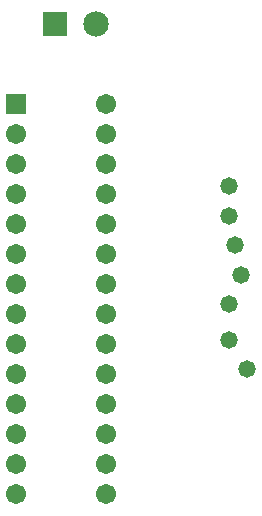
<source format=gbr>
%TF.GenerationSoftware,Altium Limited,Altium Designer,22.1.2 (22)*%
G04 Layer_Color=16711935*
%FSLAX26Y26*%
%MOIN*%
%TF.SameCoordinates,26ABD0B8-493F-4C78-88A6-316F46C79C97*%
%TF.FilePolarity,Negative*%
%TF.FileFunction,Soldermask,Bot*%
%TF.Part,Single*%
G01*
G75*
%TA.AperFunction,ComponentPad*%
%ADD20C,0.084772*%
%ADD21R,0.084772X0.084772*%
%ADD22C,0.067055*%
%ADD23R,0.067055X0.067055*%
%TA.AperFunction,ViaPad*%
%ADD24C,0.058000*%
D20*
X3946850Y3374016D02*
D03*
D21*
X3809055D02*
D03*
D22*
X3980000Y1810000D02*
D03*
Y1910000D02*
D03*
Y2010000D02*
D03*
Y2110000D02*
D03*
Y2210000D02*
D03*
Y2310000D02*
D03*
Y2410000D02*
D03*
Y2510000D02*
D03*
Y2610000D02*
D03*
Y2710000D02*
D03*
Y2810000D02*
D03*
Y2910000D02*
D03*
Y3010000D02*
D03*
Y3110000D02*
D03*
X3680000Y1810000D02*
D03*
Y1910000D02*
D03*
Y2010000D02*
D03*
Y2110000D02*
D03*
Y2210000D02*
D03*
Y2310000D02*
D03*
Y2410000D02*
D03*
Y2510000D02*
D03*
Y2610000D02*
D03*
Y2710000D02*
D03*
Y2810000D02*
D03*
Y2910000D02*
D03*
Y3010000D02*
D03*
D23*
Y3110000D02*
D03*
D24*
X4389764Y2834646D02*
D03*
Y2736220D02*
D03*
X4409449Y2637795D02*
D03*
X4429134Y2539370D02*
D03*
X4389764Y2440945D02*
D03*
Y2322835D02*
D03*
X4448819Y2224409D02*
D03*
%TF.MD5,dd907ab4c24538925fcd513432f647be*%
M02*

</source>
